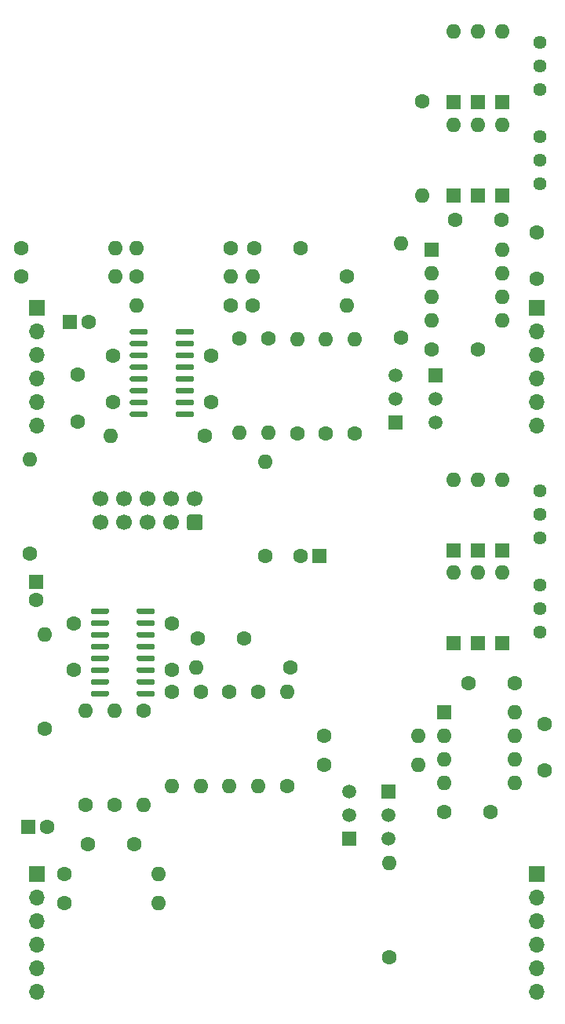
<source format=gbs>
G04 #@! TF.GenerationSoftware,KiCad,Pcbnew,7.0.5.1-1-g8f565ef7f0-dirty-deb11*
G04 #@! TF.CreationDate,2023-06-10T14:16:31+00:00*
G04 #@! TF.ProjectId,MS20-VCF,4d533230-2d56-4434-962e-6b696361645f,rev?*
G04 #@! TF.SameCoordinates,Original*
G04 #@! TF.FileFunction,Soldermask,Bot*
G04 #@! TF.FilePolarity,Negative*
%FSLAX46Y46*%
G04 Gerber Fmt 4.6, Leading zero omitted, Abs format (unit mm)*
G04 Created by KiCad (PCBNEW 7.0.5.1-1-g8f565ef7f0-dirty-deb11) date 2023-06-10 14:16:31*
%MOMM*%
%LPD*%
G01*
G04 APERTURE LIST*
%ADD10C,1.600000*%
%ADD11R,1.600000X1.600000*%
%ADD12O,1.600000X1.600000*%
%ADD13R,1.700000X1.700000*%
%ADD14O,1.700000X1.700000*%
%ADD15R,1.500000X1.500000*%
%ADD16C,1.500000*%
%ADD17C,1.440000*%
%ADD18C,1.700000*%
G04 APERTURE END LIST*
D10*
X87000000Y-60800000D03*
X87000000Y-65800000D03*
X87800000Y-113800000D03*
X87800000Y-118800000D03*
X38500000Y-126800000D03*
X43500000Y-126800000D03*
D11*
X83200000Y-56820000D03*
D12*
X83200000Y-49200000D03*
D11*
X83200000Y-46810000D03*
D12*
X83200000Y-39190000D03*
D11*
X80600000Y-56820000D03*
D12*
X80600000Y-49200000D03*
D11*
X80600000Y-46810000D03*
D12*
X80600000Y-39190000D03*
D11*
X78000000Y-56820000D03*
D12*
X78000000Y-49200000D03*
D11*
X78000000Y-46810000D03*
D12*
X78000000Y-39190000D03*
D13*
X87000000Y-69000000D03*
D14*
X87000000Y-71540000D03*
X87000000Y-74080000D03*
X87000000Y-76620000D03*
X87000000Y-79160000D03*
X87000000Y-81700000D03*
D13*
X33000000Y-130000000D03*
D14*
X33000000Y-132540000D03*
X33000000Y-135080000D03*
X33000000Y-137620000D03*
X33000000Y-140160000D03*
X33000000Y-142700000D03*
D15*
X76040000Y-76260000D03*
D16*
X76040000Y-78800000D03*
X76040000Y-81340000D03*
D15*
X71760000Y-81340000D03*
D16*
X71760000Y-78800000D03*
X71760000Y-76260000D03*
D15*
X66700000Y-126200000D03*
D16*
X66700000Y-123660000D03*
X66700000Y-121120000D03*
D10*
X53960000Y-68700000D03*
D12*
X43800000Y-68700000D03*
D10*
X31300000Y-62500000D03*
D12*
X41460000Y-62500000D03*
D10*
X54900000Y-72300000D03*
D12*
X54900000Y-82460000D03*
D10*
X43800000Y-65600000D03*
D12*
X53960000Y-65600000D03*
D10*
X67300000Y-82480000D03*
D12*
X67300000Y-72320000D03*
D10*
X51180000Y-82800000D03*
D12*
X41020000Y-82800000D03*
D10*
X58000000Y-72300000D03*
D12*
X58000000Y-82460000D03*
D10*
X66480000Y-65600000D03*
D12*
X56320000Y-65600000D03*
D10*
X53960000Y-62500000D03*
D12*
X43800000Y-62500000D03*
D10*
X56320000Y-68700000D03*
D12*
X66480000Y-68700000D03*
D10*
X74600000Y-46720000D03*
D12*
X74600000Y-56880000D03*
D10*
X38300000Y-122560000D03*
D12*
X38300000Y-112400000D03*
D10*
X60380000Y-107700000D03*
D12*
X50220000Y-107700000D03*
D10*
X44500000Y-112400000D03*
D12*
X44500000Y-122560000D03*
D10*
X50700000Y-110400000D03*
D12*
X50700000Y-120560000D03*
D10*
X64040000Y-118200000D03*
D12*
X74200000Y-118200000D03*
D10*
X71000000Y-138960000D03*
D12*
X71000000Y-128800000D03*
D10*
X47600000Y-110400000D03*
D12*
X47600000Y-120560000D03*
D10*
X41400000Y-122560000D03*
D12*
X41400000Y-112400000D03*
D10*
X60000000Y-120560000D03*
D12*
X60000000Y-110400000D03*
D10*
X33900000Y-114380000D03*
D12*
X33900000Y-104220000D03*
D10*
X56900000Y-110400000D03*
D12*
X56900000Y-120560000D03*
D10*
X53800000Y-110400000D03*
D12*
X53800000Y-120560000D03*
D10*
X64040000Y-115100000D03*
D12*
X74200000Y-115100000D03*
D11*
X77000000Y-112600000D03*
D12*
X77000000Y-115140000D03*
X77000000Y-117680000D03*
X77000000Y-120220000D03*
X84620000Y-120220000D03*
X84620000Y-117680000D03*
X84620000Y-115140000D03*
X84620000Y-112600000D03*
D13*
X87000000Y-130000000D03*
D14*
X87000000Y-132540000D03*
X87000000Y-135080000D03*
X87000000Y-137620000D03*
X87000000Y-140160000D03*
X87000000Y-142700000D03*
D10*
X72300000Y-72180000D03*
D12*
X72300000Y-62020000D03*
D11*
X75580000Y-62680000D03*
D12*
X75580000Y-65220000D03*
X75580000Y-67760000D03*
X75580000Y-70300000D03*
X83200000Y-70300000D03*
X83200000Y-67760000D03*
X83200000Y-65220000D03*
X83200000Y-62680000D03*
D15*
X70940000Y-121160000D03*
D16*
X70940000Y-123700000D03*
X70940000Y-126240000D03*
D10*
X50400000Y-104600000D03*
X55400000Y-104600000D03*
D11*
X78000000Y-95120000D03*
D12*
X78000000Y-87500000D03*
D11*
X80600000Y-95120000D03*
D12*
X80600000Y-87500000D03*
D11*
X83200000Y-95120000D03*
D12*
X83200000Y-87500000D03*
D11*
X83200000Y-105120000D03*
D12*
X83200000Y-97500000D03*
D11*
X80600000Y-105120000D03*
D12*
X80600000Y-97500000D03*
D11*
X78000000Y-105120000D03*
D12*
X78000000Y-97500000D03*
D10*
X56500000Y-62500000D03*
X61500000Y-62500000D03*
X31300000Y-65600000D03*
D12*
X41460000Y-65600000D03*
D10*
X61100000Y-82480000D03*
D12*
X61100000Y-72320000D03*
D10*
X64200000Y-82480000D03*
D12*
X64200000Y-72320000D03*
D13*
X33000000Y-69000000D03*
D14*
X33000000Y-71540000D03*
X33000000Y-74080000D03*
X33000000Y-76620000D03*
X33000000Y-79160000D03*
X33000000Y-81700000D03*
D10*
X37400000Y-81200000D03*
X37400000Y-76200000D03*
X36000000Y-133100000D03*
D12*
X46160000Y-133100000D03*
D10*
X36000000Y-130000000D03*
D12*
X46160000Y-130000000D03*
D10*
X83180000Y-59480000D03*
X78180000Y-59480000D03*
X82000000Y-123300000D03*
X77000000Y-123300000D03*
X80580000Y-73480000D03*
X75580000Y-73480000D03*
X84600000Y-109400000D03*
X79600000Y-109400000D03*
D11*
X32900000Y-98500000D03*
D10*
X32900000Y-100500000D03*
D11*
X63500000Y-95700000D03*
D10*
X61500000Y-95700000D03*
D11*
X36600000Y-70500000D03*
D10*
X38600000Y-70500000D03*
X57700000Y-95680000D03*
D12*
X57700000Y-85520000D03*
D17*
X87300000Y-55590000D03*
X87300000Y-53050000D03*
X87300000Y-50510000D03*
X87300000Y-45440000D03*
X87300000Y-42900000D03*
X87300000Y-40360000D03*
G36*
G01*
X45750000Y-101505000D02*
X45750000Y-101805000D01*
G75*
G02*
X45600000Y-101955000I-150000J0D01*
G01*
X43950000Y-101955000D01*
G75*
G02*
X43800000Y-101805000I0J150000D01*
G01*
X43800000Y-101505000D01*
G75*
G02*
X43950000Y-101355000I150000J0D01*
G01*
X45600000Y-101355000D01*
G75*
G02*
X45750000Y-101505000I0J-150000D01*
G01*
G37*
G36*
G01*
X45750000Y-102775000D02*
X45750000Y-103075000D01*
G75*
G02*
X45600000Y-103225000I-150000J0D01*
G01*
X43950000Y-103225000D01*
G75*
G02*
X43800000Y-103075000I0J150000D01*
G01*
X43800000Y-102775000D01*
G75*
G02*
X43950000Y-102625000I150000J0D01*
G01*
X45600000Y-102625000D01*
G75*
G02*
X45750000Y-102775000I0J-150000D01*
G01*
G37*
G36*
G01*
X45750000Y-104045000D02*
X45750000Y-104345000D01*
G75*
G02*
X45600000Y-104495000I-150000J0D01*
G01*
X43950000Y-104495000D01*
G75*
G02*
X43800000Y-104345000I0J150000D01*
G01*
X43800000Y-104045000D01*
G75*
G02*
X43950000Y-103895000I150000J0D01*
G01*
X45600000Y-103895000D01*
G75*
G02*
X45750000Y-104045000I0J-150000D01*
G01*
G37*
G36*
G01*
X45750000Y-105315000D02*
X45750000Y-105615000D01*
G75*
G02*
X45600000Y-105765000I-150000J0D01*
G01*
X43950000Y-105765000D01*
G75*
G02*
X43800000Y-105615000I0J150000D01*
G01*
X43800000Y-105315000D01*
G75*
G02*
X43950000Y-105165000I150000J0D01*
G01*
X45600000Y-105165000D01*
G75*
G02*
X45750000Y-105315000I0J-150000D01*
G01*
G37*
G36*
G01*
X45750000Y-106585000D02*
X45750000Y-106885000D01*
G75*
G02*
X45600000Y-107035000I-150000J0D01*
G01*
X43950000Y-107035000D01*
G75*
G02*
X43800000Y-106885000I0J150000D01*
G01*
X43800000Y-106585000D01*
G75*
G02*
X43950000Y-106435000I150000J0D01*
G01*
X45600000Y-106435000D01*
G75*
G02*
X45750000Y-106585000I0J-150000D01*
G01*
G37*
G36*
G01*
X45750000Y-107855000D02*
X45750000Y-108155000D01*
G75*
G02*
X45600000Y-108305000I-150000J0D01*
G01*
X43950000Y-108305000D01*
G75*
G02*
X43800000Y-108155000I0J150000D01*
G01*
X43800000Y-107855000D01*
G75*
G02*
X43950000Y-107705000I150000J0D01*
G01*
X45600000Y-107705000D01*
G75*
G02*
X45750000Y-107855000I0J-150000D01*
G01*
G37*
G36*
G01*
X45750000Y-109125000D02*
X45750000Y-109425000D01*
G75*
G02*
X45600000Y-109575000I-150000J0D01*
G01*
X43950000Y-109575000D01*
G75*
G02*
X43800000Y-109425000I0J150000D01*
G01*
X43800000Y-109125000D01*
G75*
G02*
X43950000Y-108975000I150000J0D01*
G01*
X45600000Y-108975000D01*
G75*
G02*
X45750000Y-109125000I0J-150000D01*
G01*
G37*
G36*
G01*
X45750000Y-110395000D02*
X45750000Y-110695000D01*
G75*
G02*
X45600000Y-110845000I-150000J0D01*
G01*
X43950000Y-110845000D01*
G75*
G02*
X43800000Y-110695000I0J150000D01*
G01*
X43800000Y-110395000D01*
G75*
G02*
X43950000Y-110245000I150000J0D01*
G01*
X45600000Y-110245000D01*
G75*
G02*
X45750000Y-110395000I0J-150000D01*
G01*
G37*
G36*
G01*
X40800000Y-110395000D02*
X40800000Y-110695000D01*
G75*
G02*
X40650000Y-110845000I-150000J0D01*
G01*
X39000000Y-110845000D01*
G75*
G02*
X38850000Y-110695000I0J150000D01*
G01*
X38850000Y-110395000D01*
G75*
G02*
X39000000Y-110245000I150000J0D01*
G01*
X40650000Y-110245000D01*
G75*
G02*
X40800000Y-110395000I0J-150000D01*
G01*
G37*
G36*
G01*
X40800000Y-109125000D02*
X40800000Y-109425000D01*
G75*
G02*
X40650000Y-109575000I-150000J0D01*
G01*
X39000000Y-109575000D01*
G75*
G02*
X38850000Y-109425000I0J150000D01*
G01*
X38850000Y-109125000D01*
G75*
G02*
X39000000Y-108975000I150000J0D01*
G01*
X40650000Y-108975000D01*
G75*
G02*
X40800000Y-109125000I0J-150000D01*
G01*
G37*
G36*
G01*
X40800000Y-107855000D02*
X40800000Y-108155000D01*
G75*
G02*
X40650000Y-108305000I-150000J0D01*
G01*
X39000000Y-108305000D01*
G75*
G02*
X38850000Y-108155000I0J150000D01*
G01*
X38850000Y-107855000D01*
G75*
G02*
X39000000Y-107705000I150000J0D01*
G01*
X40650000Y-107705000D01*
G75*
G02*
X40800000Y-107855000I0J-150000D01*
G01*
G37*
G36*
G01*
X40800000Y-106585000D02*
X40800000Y-106885000D01*
G75*
G02*
X40650000Y-107035000I-150000J0D01*
G01*
X39000000Y-107035000D01*
G75*
G02*
X38850000Y-106885000I0J150000D01*
G01*
X38850000Y-106585000D01*
G75*
G02*
X39000000Y-106435000I150000J0D01*
G01*
X40650000Y-106435000D01*
G75*
G02*
X40800000Y-106585000I0J-150000D01*
G01*
G37*
G36*
G01*
X40800000Y-105315000D02*
X40800000Y-105615000D01*
G75*
G02*
X40650000Y-105765000I-150000J0D01*
G01*
X39000000Y-105765000D01*
G75*
G02*
X38850000Y-105615000I0J150000D01*
G01*
X38850000Y-105315000D01*
G75*
G02*
X39000000Y-105165000I150000J0D01*
G01*
X40650000Y-105165000D01*
G75*
G02*
X40800000Y-105315000I0J-150000D01*
G01*
G37*
G36*
G01*
X40800000Y-104045000D02*
X40800000Y-104345000D01*
G75*
G02*
X40650000Y-104495000I-150000J0D01*
G01*
X39000000Y-104495000D01*
G75*
G02*
X38850000Y-104345000I0J150000D01*
G01*
X38850000Y-104045000D01*
G75*
G02*
X39000000Y-103895000I150000J0D01*
G01*
X40650000Y-103895000D01*
G75*
G02*
X40800000Y-104045000I0J-150000D01*
G01*
G37*
G36*
G01*
X40800000Y-102775000D02*
X40800000Y-103075000D01*
G75*
G02*
X40650000Y-103225000I-150000J0D01*
G01*
X39000000Y-103225000D01*
G75*
G02*
X38850000Y-103075000I0J150000D01*
G01*
X38850000Y-102775000D01*
G75*
G02*
X39000000Y-102625000I150000J0D01*
G01*
X40650000Y-102625000D01*
G75*
G02*
X40800000Y-102775000I0J-150000D01*
G01*
G37*
G36*
G01*
X40800000Y-101505000D02*
X40800000Y-101805000D01*
G75*
G02*
X40650000Y-101955000I-150000J0D01*
G01*
X39000000Y-101955000D01*
G75*
G02*
X38850000Y-101805000I0J150000D01*
G01*
X38850000Y-101505000D01*
G75*
G02*
X39000000Y-101355000I150000J0D01*
G01*
X40650000Y-101355000D01*
G75*
G02*
X40800000Y-101505000I0J-150000D01*
G01*
G37*
D11*
X32100000Y-124900000D03*
D10*
X34100000Y-124900000D03*
X32300000Y-95480000D03*
D12*
X32300000Y-85320000D03*
D17*
X87300000Y-103900000D03*
X87300000Y-101360000D03*
X87300000Y-98820000D03*
X87300000Y-93800000D03*
X87300000Y-91260000D03*
X87300000Y-88720000D03*
G36*
G01*
X43050000Y-80595000D02*
X43050000Y-80295000D01*
G75*
G02*
X43200000Y-80145000I150000J0D01*
G01*
X44850000Y-80145000D01*
G75*
G02*
X45000000Y-80295000I0J-150000D01*
G01*
X45000000Y-80595000D01*
G75*
G02*
X44850000Y-80745000I-150000J0D01*
G01*
X43200000Y-80745000D01*
G75*
G02*
X43050000Y-80595000I0J150000D01*
G01*
G37*
G36*
G01*
X43050000Y-79325000D02*
X43050000Y-79025000D01*
G75*
G02*
X43200000Y-78875000I150000J0D01*
G01*
X44850000Y-78875000D01*
G75*
G02*
X45000000Y-79025000I0J-150000D01*
G01*
X45000000Y-79325000D01*
G75*
G02*
X44850000Y-79475000I-150000J0D01*
G01*
X43200000Y-79475000D01*
G75*
G02*
X43050000Y-79325000I0J150000D01*
G01*
G37*
G36*
G01*
X43050000Y-78055000D02*
X43050000Y-77755000D01*
G75*
G02*
X43200000Y-77605000I150000J0D01*
G01*
X44850000Y-77605000D01*
G75*
G02*
X45000000Y-77755000I0J-150000D01*
G01*
X45000000Y-78055000D01*
G75*
G02*
X44850000Y-78205000I-150000J0D01*
G01*
X43200000Y-78205000D01*
G75*
G02*
X43050000Y-78055000I0J150000D01*
G01*
G37*
G36*
G01*
X43050000Y-76785000D02*
X43050000Y-76485000D01*
G75*
G02*
X43200000Y-76335000I150000J0D01*
G01*
X44850000Y-76335000D01*
G75*
G02*
X45000000Y-76485000I0J-150000D01*
G01*
X45000000Y-76785000D01*
G75*
G02*
X44850000Y-76935000I-150000J0D01*
G01*
X43200000Y-76935000D01*
G75*
G02*
X43050000Y-76785000I0J150000D01*
G01*
G37*
G36*
G01*
X43050000Y-75515000D02*
X43050000Y-75215000D01*
G75*
G02*
X43200000Y-75065000I150000J0D01*
G01*
X44850000Y-75065000D01*
G75*
G02*
X45000000Y-75215000I0J-150000D01*
G01*
X45000000Y-75515000D01*
G75*
G02*
X44850000Y-75665000I-150000J0D01*
G01*
X43200000Y-75665000D01*
G75*
G02*
X43050000Y-75515000I0J150000D01*
G01*
G37*
G36*
G01*
X43050000Y-74245000D02*
X43050000Y-73945000D01*
G75*
G02*
X43200000Y-73795000I150000J0D01*
G01*
X44850000Y-73795000D01*
G75*
G02*
X45000000Y-73945000I0J-150000D01*
G01*
X45000000Y-74245000D01*
G75*
G02*
X44850000Y-74395000I-150000J0D01*
G01*
X43200000Y-74395000D01*
G75*
G02*
X43050000Y-74245000I0J150000D01*
G01*
G37*
G36*
G01*
X43050000Y-72975000D02*
X43050000Y-72675000D01*
G75*
G02*
X43200000Y-72525000I150000J0D01*
G01*
X44850000Y-72525000D01*
G75*
G02*
X45000000Y-72675000I0J-150000D01*
G01*
X45000000Y-72975000D01*
G75*
G02*
X44850000Y-73125000I-150000J0D01*
G01*
X43200000Y-73125000D01*
G75*
G02*
X43050000Y-72975000I0J150000D01*
G01*
G37*
G36*
G01*
X43050000Y-71705000D02*
X43050000Y-71405000D01*
G75*
G02*
X43200000Y-71255000I150000J0D01*
G01*
X44850000Y-71255000D01*
G75*
G02*
X45000000Y-71405000I0J-150000D01*
G01*
X45000000Y-71705000D01*
G75*
G02*
X44850000Y-71855000I-150000J0D01*
G01*
X43200000Y-71855000D01*
G75*
G02*
X43050000Y-71705000I0J150000D01*
G01*
G37*
G36*
G01*
X48000000Y-71705000D02*
X48000000Y-71405000D01*
G75*
G02*
X48150000Y-71255000I150000J0D01*
G01*
X49800000Y-71255000D01*
G75*
G02*
X49950000Y-71405000I0J-150000D01*
G01*
X49950000Y-71705000D01*
G75*
G02*
X49800000Y-71855000I-150000J0D01*
G01*
X48150000Y-71855000D01*
G75*
G02*
X48000000Y-71705000I0J150000D01*
G01*
G37*
G36*
G01*
X48000000Y-72975000D02*
X48000000Y-72675000D01*
G75*
G02*
X48150000Y-72525000I150000J0D01*
G01*
X49800000Y-72525000D01*
G75*
G02*
X49950000Y-72675000I0J-150000D01*
G01*
X49950000Y-72975000D01*
G75*
G02*
X49800000Y-73125000I-150000J0D01*
G01*
X48150000Y-73125000D01*
G75*
G02*
X48000000Y-72975000I0J150000D01*
G01*
G37*
G36*
G01*
X48000000Y-74245000D02*
X48000000Y-73945000D01*
G75*
G02*
X48150000Y-73795000I150000J0D01*
G01*
X49800000Y-73795000D01*
G75*
G02*
X49950000Y-73945000I0J-150000D01*
G01*
X49950000Y-74245000D01*
G75*
G02*
X49800000Y-74395000I-150000J0D01*
G01*
X48150000Y-74395000D01*
G75*
G02*
X48000000Y-74245000I0J150000D01*
G01*
G37*
G36*
G01*
X48000000Y-75515000D02*
X48000000Y-75215000D01*
G75*
G02*
X48150000Y-75065000I150000J0D01*
G01*
X49800000Y-75065000D01*
G75*
G02*
X49950000Y-75215000I0J-150000D01*
G01*
X49950000Y-75515000D01*
G75*
G02*
X49800000Y-75665000I-150000J0D01*
G01*
X48150000Y-75665000D01*
G75*
G02*
X48000000Y-75515000I0J150000D01*
G01*
G37*
G36*
G01*
X48000000Y-76785000D02*
X48000000Y-76485000D01*
G75*
G02*
X48150000Y-76335000I150000J0D01*
G01*
X49800000Y-76335000D01*
G75*
G02*
X49950000Y-76485000I0J-150000D01*
G01*
X49950000Y-76785000D01*
G75*
G02*
X49800000Y-76935000I-150000J0D01*
G01*
X48150000Y-76935000D01*
G75*
G02*
X48000000Y-76785000I0J150000D01*
G01*
G37*
G36*
G01*
X48000000Y-78055000D02*
X48000000Y-77755000D01*
G75*
G02*
X48150000Y-77605000I150000J0D01*
G01*
X49800000Y-77605000D01*
G75*
G02*
X49950000Y-77755000I0J-150000D01*
G01*
X49950000Y-78055000D01*
G75*
G02*
X49800000Y-78205000I-150000J0D01*
G01*
X48150000Y-78205000D01*
G75*
G02*
X48000000Y-78055000I0J150000D01*
G01*
G37*
G36*
G01*
X48000000Y-79325000D02*
X48000000Y-79025000D01*
G75*
G02*
X48150000Y-78875000I150000J0D01*
G01*
X49800000Y-78875000D01*
G75*
G02*
X49950000Y-79025000I0J-150000D01*
G01*
X49950000Y-79325000D01*
G75*
G02*
X49800000Y-79475000I-150000J0D01*
G01*
X48150000Y-79475000D01*
G75*
G02*
X48000000Y-79325000I0J150000D01*
G01*
G37*
G36*
G01*
X48000000Y-80595000D02*
X48000000Y-80295000D01*
G75*
G02*
X48150000Y-80145000I150000J0D01*
G01*
X49800000Y-80145000D01*
G75*
G02*
X49950000Y-80295000I0J-150000D01*
G01*
X49950000Y-80595000D01*
G75*
G02*
X49800000Y-80745000I-150000J0D01*
G01*
X48150000Y-80745000D01*
G75*
G02*
X48000000Y-80595000I0J150000D01*
G01*
G37*
G36*
G01*
X50680000Y-92950000D02*
X49480000Y-92950000D01*
G75*
G02*
X49230000Y-92700000I0J250000D01*
G01*
X49230000Y-91500000D01*
G75*
G02*
X49480000Y-91250000I250000J0D01*
G01*
X50680000Y-91250000D01*
G75*
G02*
X50930000Y-91500000I0J-250000D01*
G01*
X50930000Y-92700000D01*
G75*
G02*
X50680000Y-92950000I-250000J0D01*
G01*
G37*
D18*
X50080000Y-89560000D03*
X47540000Y-92100000D03*
X47540000Y-89560000D03*
X45000000Y-92100000D03*
X45000000Y-89560000D03*
X42460000Y-92100000D03*
X42460000Y-89560000D03*
X39920000Y-92100000D03*
X39920000Y-89560000D03*
D10*
X37000000Y-108000000D03*
X37000000Y-103000000D03*
X41200000Y-79100000D03*
X41200000Y-74100000D03*
X47600000Y-103000000D03*
X47600000Y-108000000D03*
X51800000Y-74100000D03*
X51800000Y-79100000D03*
M02*

</source>
